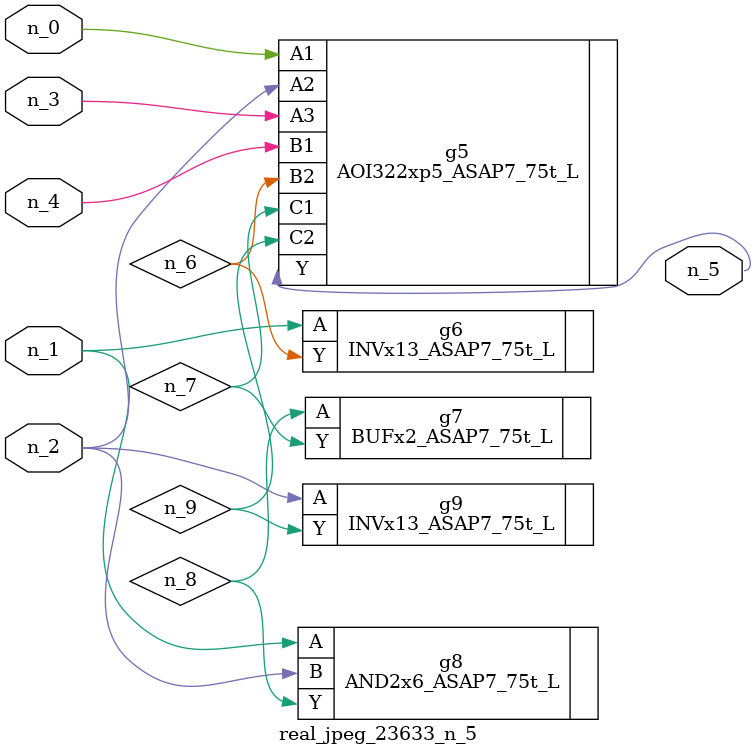
<source format=v>
module real_jpeg_23633_n_5 (n_4, n_0, n_1, n_2, n_3, n_5);

input n_4;
input n_0;
input n_1;
input n_2;
input n_3;

output n_5;

wire n_8;
wire n_6;
wire n_7;
wire n_9;

AOI322xp5_ASAP7_75t_L g5 ( 
.A1(n_0),
.A2(n_2),
.A3(n_3),
.B1(n_4),
.B2(n_6),
.C1(n_7),
.C2(n_9),
.Y(n_5)
);

INVx13_ASAP7_75t_L g6 ( 
.A(n_1),
.Y(n_6)
);

AND2x6_ASAP7_75t_L g8 ( 
.A(n_1),
.B(n_2),
.Y(n_8)
);

INVx13_ASAP7_75t_L g9 ( 
.A(n_2),
.Y(n_9)
);

BUFx2_ASAP7_75t_L g7 ( 
.A(n_8),
.Y(n_7)
);


endmodule
</source>
